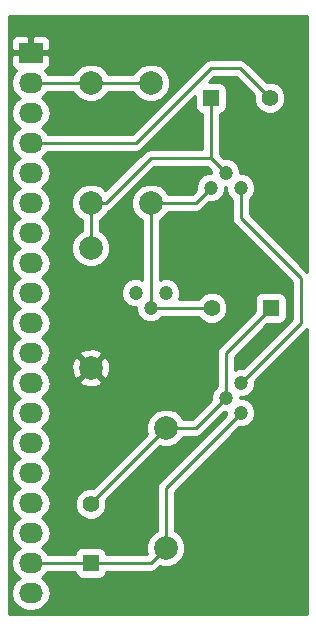
<source format=gtl>
G04 #@! TF.FileFunction,Copper,L1,Top,Signal*
%FSLAX46Y46*%
G04 Gerber Fmt 4.6, Leading zero omitted, Abs format (unit mm)*
G04 Created by KiCad (PCBNEW 4.0.4+e1-6308~48~ubuntu16.04.1-stable) date Fri Nov  4 19:16:35 2016*
%MOMM*%
%LPD*%
G01*
G04 APERTURE LIST*
%ADD10C,0.100000*%
%ADD11R,1.400000X1.400000*%
%ADD12C,1.400000*%
%ADD13C,1.998980*%
%ADD14C,1.200000*%
%ADD15R,2.032000X1.727200*%
%ADD16O,2.032000X1.727200*%
%ADD17C,0.250000*%
%ADD18C,0.254000*%
G04 APERTURE END LIST*
D10*
D11*
X66040000Y-113030000D03*
D12*
X66040000Y-108030000D03*
D13*
X72390000Y-101600000D03*
X72390000Y-111760000D03*
D14*
X78740000Y-97790000D03*
X77470000Y-99060000D03*
X78740000Y-100330000D03*
X69850000Y-90170000D03*
X71120000Y-91440000D03*
X72390000Y-90170000D03*
D11*
X81280000Y-91440000D03*
D12*
X76280000Y-91440000D03*
D14*
X78740000Y-81280000D03*
X77470000Y-80010000D03*
X76200000Y-81280000D03*
D13*
X66040000Y-86360000D03*
X66040000Y-96520000D03*
D11*
X76200000Y-73660000D03*
D12*
X81200000Y-73660000D03*
D13*
X66040000Y-72390000D03*
X66040000Y-82550000D03*
X71120000Y-72390000D03*
X71120000Y-82550000D03*
D15*
X60960000Y-69850000D03*
D16*
X60960000Y-72390000D03*
X60960000Y-74930000D03*
X60960000Y-77470000D03*
X60960000Y-80010000D03*
X60960000Y-82550000D03*
X60960000Y-85090000D03*
X60960000Y-87630000D03*
X60960000Y-90170000D03*
X60960000Y-92710000D03*
X60960000Y-95250000D03*
X60960000Y-97790000D03*
X60960000Y-100330000D03*
X60960000Y-102870000D03*
X60960000Y-105410000D03*
X60960000Y-107950000D03*
X60960000Y-110490000D03*
X60960000Y-113030000D03*
X60960000Y-115570000D03*
D17*
X66040000Y-86360000D02*
X66040000Y-82550000D01*
X66040000Y-82550000D02*
X67310000Y-82550000D01*
X71120000Y-78740000D02*
X76200000Y-78740000D01*
X67310000Y-82550000D02*
X71120000Y-78740000D01*
X76200000Y-73660000D02*
X76200000Y-78740000D01*
X76200000Y-78740000D02*
X77470000Y-80010000D01*
X60960000Y-77470000D02*
X69850000Y-77470000D01*
X78660000Y-71120000D02*
X81200000Y-73660000D01*
X76200000Y-71120000D02*
X78660000Y-71120000D01*
X69850000Y-77470000D02*
X76200000Y-71120000D01*
X66040000Y-108030000D02*
X66040000Y-107950000D01*
X66040000Y-107950000D02*
X72390000Y-101600000D01*
X72390000Y-101600000D02*
X74930000Y-101600000D01*
X74930000Y-101600000D02*
X77470000Y-99060000D01*
X77470000Y-99060000D02*
X77470000Y-95250000D01*
X77470000Y-95250000D02*
X81280000Y-91440000D01*
X71120000Y-91440000D02*
X71120000Y-82550000D01*
X71120000Y-91440000D02*
X76280000Y-91440000D01*
X71120000Y-82550000D02*
X74930000Y-82550000D01*
X74930000Y-82550000D02*
X76200000Y-81280000D01*
X60960000Y-113030000D02*
X66040000Y-113030000D01*
X66040000Y-113030000D02*
X71120000Y-113030000D01*
X71120000Y-113030000D02*
X72390000Y-111760000D01*
X72390000Y-111760000D02*
X72390000Y-106680000D01*
X72390000Y-106680000D02*
X78740000Y-100330000D01*
X60960000Y-72390000D02*
X66040000Y-72390000D01*
X66040000Y-72390000D02*
X71120000Y-72390000D01*
X78740000Y-81280000D02*
X78740000Y-83820000D01*
X83820000Y-92710000D02*
X78740000Y-97790000D01*
X83820000Y-88900000D02*
X83820000Y-92710000D01*
X78740000Y-83820000D02*
X83820000Y-88900000D01*
D18*
G36*
X84380000Y-88396421D02*
X84357401Y-88362599D01*
X79500000Y-83505198D01*
X79500000Y-82266356D01*
X79786371Y-81980485D01*
X79974785Y-81526734D01*
X79975214Y-81035421D01*
X79787592Y-80581343D01*
X79440485Y-80233629D01*
X78986734Y-80045215D01*
X78704970Y-80044969D01*
X78705214Y-79765421D01*
X78517592Y-79311343D01*
X78170485Y-78963629D01*
X77716734Y-78775215D01*
X77309662Y-78774860D01*
X76960000Y-78425198D01*
X76960000Y-74996150D01*
X77135317Y-74963162D01*
X77351441Y-74824090D01*
X77496431Y-74611890D01*
X77547440Y-74360000D01*
X77547440Y-72960000D01*
X77503162Y-72724683D01*
X77364090Y-72508559D01*
X77151890Y-72363569D01*
X76900000Y-72312560D01*
X76082242Y-72312560D01*
X76514802Y-71880000D01*
X78345198Y-71880000D01*
X79865226Y-73400028D01*
X79864769Y-73924383D01*
X80067582Y-74415229D01*
X80442796Y-74791098D01*
X80933287Y-74994768D01*
X81464383Y-74995231D01*
X81955229Y-74792418D01*
X82331098Y-74417204D01*
X82534768Y-73926713D01*
X82535231Y-73395617D01*
X82332418Y-72904771D01*
X81957204Y-72528902D01*
X81466713Y-72325232D01*
X80939574Y-72324772D01*
X79197401Y-70582599D01*
X78950839Y-70417852D01*
X78660000Y-70360000D01*
X76200000Y-70360000D01*
X75909161Y-70417852D01*
X75662599Y-70582599D01*
X69535198Y-76710000D01*
X62404648Y-76710000D01*
X62204415Y-76410330D01*
X61889634Y-76200000D01*
X62204415Y-75989670D01*
X62529271Y-75503489D01*
X62643345Y-74930000D01*
X62529271Y-74356511D01*
X62204415Y-73870330D01*
X61889634Y-73660000D01*
X62204415Y-73449670D01*
X62404648Y-73150000D01*
X64585504Y-73150000D01*
X64653538Y-73314655D01*
X65112927Y-73774846D01*
X65713453Y-74024206D01*
X66363694Y-74024774D01*
X66964655Y-73776462D01*
X67424846Y-73317073D01*
X67494221Y-73150000D01*
X69665504Y-73150000D01*
X69733538Y-73314655D01*
X70192927Y-73774846D01*
X70793453Y-74024206D01*
X71443694Y-74024774D01*
X72044655Y-73776462D01*
X72504846Y-73317073D01*
X72754206Y-72716547D01*
X72754774Y-72066306D01*
X72506462Y-71465345D01*
X72047073Y-71005154D01*
X71446547Y-70755794D01*
X70796306Y-70755226D01*
X70195345Y-71003538D01*
X69735154Y-71462927D01*
X69665779Y-71630000D01*
X67494496Y-71630000D01*
X67426462Y-71465345D01*
X66967073Y-71005154D01*
X66366547Y-70755794D01*
X65716306Y-70755226D01*
X65115345Y-71003538D01*
X64655154Y-71462927D01*
X64585779Y-71630000D01*
X62404648Y-71630000D01*
X62204415Y-71330330D01*
X62182220Y-71315500D01*
X62335699Y-71251927D01*
X62514327Y-71073298D01*
X62611000Y-70839909D01*
X62611000Y-70135750D01*
X62452250Y-69977000D01*
X61087000Y-69977000D01*
X61087000Y-69997000D01*
X60833000Y-69997000D01*
X60833000Y-69977000D01*
X59467750Y-69977000D01*
X59309000Y-70135750D01*
X59309000Y-70839909D01*
X59405673Y-71073298D01*
X59584301Y-71251927D01*
X59737780Y-71315500D01*
X59715585Y-71330330D01*
X59390729Y-71816511D01*
X59276655Y-72390000D01*
X59390729Y-72963489D01*
X59715585Y-73449670D01*
X60030366Y-73660000D01*
X59715585Y-73870330D01*
X59390729Y-74356511D01*
X59276655Y-74930000D01*
X59390729Y-75503489D01*
X59715585Y-75989670D01*
X60030366Y-76200000D01*
X59715585Y-76410330D01*
X59390729Y-76896511D01*
X59276655Y-77470000D01*
X59390729Y-78043489D01*
X59715585Y-78529670D01*
X60030366Y-78740000D01*
X59715585Y-78950330D01*
X59390729Y-79436511D01*
X59276655Y-80010000D01*
X59390729Y-80583489D01*
X59715585Y-81069670D01*
X60030366Y-81280000D01*
X59715585Y-81490330D01*
X59390729Y-81976511D01*
X59276655Y-82550000D01*
X59390729Y-83123489D01*
X59715585Y-83609670D01*
X60030366Y-83820000D01*
X59715585Y-84030330D01*
X59390729Y-84516511D01*
X59276655Y-85090000D01*
X59390729Y-85663489D01*
X59715585Y-86149670D01*
X60030366Y-86360000D01*
X59715585Y-86570330D01*
X59390729Y-87056511D01*
X59276655Y-87630000D01*
X59390729Y-88203489D01*
X59715585Y-88689670D01*
X60030366Y-88900000D01*
X59715585Y-89110330D01*
X59390729Y-89596511D01*
X59276655Y-90170000D01*
X59390729Y-90743489D01*
X59715585Y-91229670D01*
X60030366Y-91440000D01*
X59715585Y-91650330D01*
X59390729Y-92136511D01*
X59276655Y-92710000D01*
X59390729Y-93283489D01*
X59715585Y-93769670D01*
X60030366Y-93980000D01*
X59715585Y-94190330D01*
X59390729Y-94676511D01*
X59276655Y-95250000D01*
X59390729Y-95823489D01*
X59715585Y-96309670D01*
X60030366Y-96520000D01*
X59715585Y-96730330D01*
X59390729Y-97216511D01*
X59276655Y-97790000D01*
X59390729Y-98363489D01*
X59715585Y-98849670D01*
X60030366Y-99060000D01*
X59715585Y-99270330D01*
X59390729Y-99756511D01*
X59276655Y-100330000D01*
X59390729Y-100903489D01*
X59715585Y-101389670D01*
X60030366Y-101600000D01*
X59715585Y-101810330D01*
X59390729Y-102296511D01*
X59276655Y-102870000D01*
X59390729Y-103443489D01*
X59715585Y-103929670D01*
X60030366Y-104140000D01*
X59715585Y-104350330D01*
X59390729Y-104836511D01*
X59276655Y-105410000D01*
X59390729Y-105983489D01*
X59715585Y-106469670D01*
X60030366Y-106680000D01*
X59715585Y-106890330D01*
X59390729Y-107376511D01*
X59276655Y-107950000D01*
X59390729Y-108523489D01*
X59715585Y-109009670D01*
X60030366Y-109220000D01*
X59715585Y-109430330D01*
X59390729Y-109916511D01*
X59276655Y-110490000D01*
X59390729Y-111063489D01*
X59715585Y-111549670D01*
X60030366Y-111760000D01*
X59715585Y-111970330D01*
X59390729Y-112456511D01*
X59276655Y-113030000D01*
X59390729Y-113603489D01*
X59715585Y-114089670D01*
X60030366Y-114300000D01*
X59715585Y-114510330D01*
X59390729Y-114996511D01*
X59276655Y-115570000D01*
X59390729Y-116143489D01*
X59715585Y-116629670D01*
X60201766Y-116954526D01*
X60775255Y-117068600D01*
X61144745Y-117068600D01*
X61718234Y-116954526D01*
X62204415Y-116629670D01*
X62529271Y-116143489D01*
X62643345Y-115570000D01*
X62529271Y-114996511D01*
X62204415Y-114510330D01*
X61889634Y-114300000D01*
X62204415Y-114089670D01*
X62404648Y-113790000D01*
X64703850Y-113790000D01*
X64736838Y-113965317D01*
X64875910Y-114181441D01*
X65088110Y-114326431D01*
X65340000Y-114377440D01*
X66740000Y-114377440D01*
X66975317Y-114333162D01*
X67191441Y-114194090D01*
X67336431Y-113981890D01*
X67375290Y-113790000D01*
X71120000Y-113790000D01*
X71410839Y-113732148D01*
X71657401Y-113567401D01*
X71898917Y-113325885D01*
X72063453Y-113394206D01*
X72713694Y-113394774D01*
X73314655Y-113146462D01*
X73774846Y-112687073D01*
X74024206Y-112086547D01*
X74024774Y-111436306D01*
X73776462Y-110835345D01*
X73317073Y-110375154D01*
X73150000Y-110305779D01*
X73150000Y-106994802D01*
X78579941Y-101564861D01*
X78984579Y-101565214D01*
X79438657Y-101377592D01*
X79786371Y-101030485D01*
X79974785Y-100576734D01*
X79975214Y-100085421D01*
X79787592Y-99631343D01*
X79440485Y-99283629D01*
X78986734Y-99095215D01*
X78704970Y-99094969D01*
X78705031Y-99024970D01*
X78984579Y-99025214D01*
X79438657Y-98837592D01*
X79786371Y-98490485D01*
X79974785Y-98036734D01*
X79975140Y-97629662D01*
X84357401Y-93247401D01*
X84380000Y-93213579D01*
X84380000Y-117400000D01*
X59130000Y-117400000D01*
X59130000Y-68860091D01*
X59309000Y-68860091D01*
X59309000Y-69564250D01*
X59467750Y-69723000D01*
X60833000Y-69723000D01*
X60833000Y-68510150D01*
X61087000Y-68510150D01*
X61087000Y-69723000D01*
X62452250Y-69723000D01*
X62611000Y-69564250D01*
X62611000Y-68860091D01*
X62514327Y-68626702D01*
X62335699Y-68448073D01*
X62102310Y-68351400D01*
X61245750Y-68351400D01*
X61087000Y-68510150D01*
X60833000Y-68510150D01*
X60674250Y-68351400D01*
X59817690Y-68351400D01*
X59584301Y-68448073D01*
X59405673Y-68626702D01*
X59309000Y-68860091D01*
X59130000Y-68860091D01*
X59130000Y-66750000D01*
X84380000Y-66750000D01*
X84380000Y-88396421D01*
X84380000Y-88396421D01*
G37*
X84380000Y-88396421D02*
X84357401Y-88362599D01*
X79500000Y-83505198D01*
X79500000Y-82266356D01*
X79786371Y-81980485D01*
X79974785Y-81526734D01*
X79975214Y-81035421D01*
X79787592Y-80581343D01*
X79440485Y-80233629D01*
X78986734Y-80045215D01*
X78704970Y-80044969D01*
X78705214Y-79765421D01*
X78517592Y-79311343D01*
X78170485Y-78963629D01*
X77716734Y-78775215D01*
X77309662Y-78774860D01*
X76960000Y-78425198D01*
X76960000Y-74996150D01*
X77135317Y-74963162D01*
X77351441Y-74824090D01*
X77496431Y-74611890D01*
X77547440Y-74360000D01*
X77547440Y-72960000D01*
X77503162Y-72724683D01*
X77364090Y-72508559D01*
X77151890Y-72363569D01*
X76900000Y-72312560D01*
X76082242Y-72312560D01*
X76514802Y-71880000D01*
X78345198Y-71880000D01*
X79865226Y-73400028D01*
X79864769Y-73924383D01*
X80067582Y-74415229D01*
X80442796Y-74791098D01*
X80933287Y-74994768D01*
X81464383Y-74995231D01*
X81955229Y-74792418D01*
X82331098Y-74417204D01*
X82534768Y-73926713D01*
X82535231Y-73395617D01*
X82332418Y-72904771D01*
X81957204Y-72528902D01*
X81466713Y-72325232D01*
X80939574Y-72324772D01*
X79197401Y-70582599D01*
X78950839Y-70417852D01*
X78660000Y-70360000D01*
X76200000Y-70360000D01*
X75909161Y-70417852D01*
X75662599Y-70582599D01*
X69535198Y-76710000D01*
X62404648Y-76710000D01*
X62204415Y-76410330D01*
X61889634Y-76200000D01*
X62204415Y-75989670D01*
X62529271Y-75503489D01*
X62643345Y-74930000D01*
X62529271Y-74356511D01*
X62204415Y-73870330D01*
X61889634Y-73660000D01*
X62204415Y-73449670D01*
X62404648Y-73150000D01*
X64585504Y-73150000D01*
X64653538Y-73314655D01*
X65112927Y-73774846D01*
X65713453Y-74024206D01*
X66363694Y-74024774D01*
X66964655Y-73776462D01*
X67424846Y-73317073D01*
X67494221Y-73150000D01*
X69665504Y-73150000D01*
X69733538Y-73314655D01*
X70192927Y-73774846D01*
X70793453Y-74024206D01*
X71443694Y-74024774D01*
X72044655Y-73776462D01*
X72504846Y-73317073D01*
X72754206Y-72716547D01*
X72754774Y-72066306D01*
X72506462Y-71465345D01*
X72047073Y-71005154D01*
X71446547Y-70755794D01*
X70796306Y-70755226D01*
X70195345Y-71003538D01*
X69735154Y-71462927D01*
X69665779Y-71630000D01*
X67494496Y-71630000D01*
X67426462Y-71465345D01*
X66967073Y-71005154D01*
X66366547Y-70755794D01*
X65716306Y-70755226D01*
X65115345Y-71003538D01*
X64655154Y-71462927D01*
X64585779Y-71630000D01*
X62404648Y-71630000D01*
X62204415Y-71330330D01*
X62182220Y-71315500D01*
X62335699Y-71251927D01*
X62514327Y-71073298D01*
X62611000Y-70839909D01*
X62611000Y-70135750D01*
X62452250Y-69977000D01*
X61087000Y-69977000D01*
X61087000Y-69997000D01*
X60833000Y-69997000D01*
X60833000Y-69977000D01*
X59467750Y-69977000D01*
X59309000Y-70135750D01*
X59309000Y-70839909D01*
X59405673Y-71073298D01*
X59584301Y-71251927D01*
X59737780Y-71315500D01*
X59715585Y-71330330D01*
X59390729Y-71816511D01*
X59276655Y-72390000D01*
X59390729Y-72963489D01*
X59715585Y-73449670D01*
X60030366Y-73660000D01*
X59715585Y-73870330D01*
X59390729Y-74356511D01*
X59276655Y-74930000D01*
X59390729Y-75503489D01*
X59715585Y-75989670D01*
X60030366Y-76200000D01*
X59715585Y-76410330D01*
X59390729Y-76896511D01*
X59276655Y-77470000D01*
X59390729Y-78043489D01*
X59715585Y-78529670D01*
X60030366Y-78740000D01*
X59715585Y-78950330D01*
X59390729Y-79436511D01*
X59276655Y-80010000D01*
X59390729Y-80583489D01*
X59715585Y-81069670D01*
X60030366Y-81280000D01*
X59715585Y-81490330D01*
X59390729Y-81976511D01*
X59276655Y-82550000D01*
X59390729Y-83123489D01*
X59715585Y-83609670D01*
X60030366Y-83820000D01*
X59715585Y-84030330D01*
X59390729Y-84516511D01*
X59276655Y-85090000D01*
X59390729Y-85663489D01*
X59715585Y-86149670D01*
X60030366Y-86360000D01*
X59715585Y-86570330D01*
X59390729Y-87056511D01*
X59276655Y-87630000D01*
X59390729Y-88203489D01*
X59715585Y-88689670D01*
X60030366Y-88900000D01*
X59715585Y-89110330D01*
X59390729Y-89596511D01*
X59276655Y-90170000D01*
X59390729Y-90743489D01*
X59715585Y-91229670D01*
X60030366Y-91440000D01*
X59715585Y-91650330D01*
X59390729Y-92136511D01*
X59276655Y-92710000D01*
X59390729Y-93283489D01*
X59715585Y-93769670D01*
X60030366Y-93980000D01*
X59715585Y-94190330D01*
X59390729Y-94676511D01*
X59276655Y-95250000D01*
X59390729Y-95823489D01*
X59715585Y-96309670D01*
X60030366Y-96520000D01*
X59715585Y-96730330D01*
X59390729Y-97216511D01*
X59276655Y-97790000D01*
X59390729Y-98363489D01*
X59715585Y-98849670D01*
X60030366Y-99060000D01*
X59715585Y-99270330D01*
X59390729Y-99756511D01*
X59276655Y-100330000D01*
X59390729Y-100903489D01*
X59715585Y-101389670D01*
X60030366Y-101600000D01*
X59715585Y-101810330D01*
X59390729Y-102296511D01*
X59276655Y-102870000D01*
X59390729Y-103443489D01*
X59715585Y-103929670D01*
X60030366Y-104140000D01*
X59715585Y-104350330D01*
X59390729Y-104836511D01*
X59276655Y-105410000D01*
X59390729Y-105983489D01*
X59715585Y-106469670D01*
X60030366Y-106680000D01*
X59715585Y-106890330D01*
X59390729Y-107376511D01*
X59276655Y-107950000D01*
X59390729Y-108523489D01*
X59715585Y-109009670D01*
X60030366Y-109220000D01*
X59715585Y-109430330D01*
X59390729Y-109916511D01*
X59276655Y-110490000D01*
X59390729Y-111063489D01*
X59715585Y-111549670D01*
X60030366Y-111760000D01*
X59715585Y-111970330D01*
X59390729Y-112456511D01*
X59276655Y-113030000D01*
X59390729Y-113603489D01*
X59715585Y-114089670D01*
X60030366Y-114300000D01*
X59715585Y-114510330D01*
X59390729Y-114996511D01*
X59276655Y-115570000D01*
X59390729Y-116143489D01*
X59715585Y-116629670D01*
X60201766Y-116954526D01*
X60775255Y-117068600D01*
X61144745Y-117068600D01*
X61718234Y-116954526D01*
X62204415Y-116629670D01*
X62529271Y-116143489D01*
X62643345Y-115570000D01*
X62529271Y-114996511D01*
X62204415Y-114510330D01*
X61889634Y-114300000D01*
X62204415Y-114089670D01*
X62404648Y-113790000D01*
X64703850Y-113790000D01*
X64736838Y-113965317D01*
X64875910Y-114181441D01*
X65088110Y-114326431D01*
X65340000Y-114377440D01*
X66740000Y-114377440D01*
X66975317Y-114333162D01*
X67191441Y-114194090D01*
X67336431Y-113981890D01*
X67375290Y-113790000D01*
X71120000Y-113790000D01*
X71410839Y-113732148D01*
X71657401Y-113567401D01*
X71898917Y-113325885D01*
X72063453Y-113394206D01*
X72713694Y-113394774D01*
X73314655Y-113146462D01*
X73774846Y-112687073D01*
X74024206Y-112086547D01*
X74024774Y-111436306D01*
X73776462Y-110835345D01*
X73317073Y-110375154D01*
X73150000Y-110305779D01*
X73150000Y-106994802D01*
X78579941Y-101564861D01*
X78984579Y-101565214D01*
X79438657Y-101377592D01*
X79786371Y-101030485D01*
X79974785Y-100576734D01*
X79975214Y-100085421D01*
X79787592Y-99631343D01*
X79440485Y-99283629D01*
X78986734Y-99095215D01*
X78704970Y-99094969D01*
X78705031Y-99024970D01*
X78984579Y-99025214D01*
X79438657Y-98837592D01*
X79786371Y-98490485D01*
X79974785Y-98036734D01*
X79975140Y-97629662D01*
X84357401Y-93247401D01*
X84380000Y-93213579D01*
X84380000Y-117400000D01*
X59130000Y-117400000D01*
X59130000Y-68860091D01*
X59309000Y-68860091D01*
X59309000Y-69564250D01*
X59467750Y-69723000D01*
X60833000Y-69723000D01*
X60833000Y-68510150D01*
X61087000Y-68510150D01*
X61087000Y-69723000D01*
X62452250Y-69723000D01*
X62611000Y-69564250D01*
X62611000Y-68860091D01*
X62514327Y-68626702D01*
X62335699Y-68448073D01*
X62102310Y-68351400D01*
X61245750Y-68351400D01*
X61087000Y-68510150D01*
X60833000Y-68510150D01*
X60674250Y-68351400D01*
X59817690Y-68351400D01*
X59584301Y-68448073D01*
X59405673Y-68626702D01*
X59309000Y-68860091D01*
X59130000Y-68860091D01*
X59130000Y-66750000D01*
X84380000Y-66750000D01*
X84380000Y-88396421D01*
G36*
X74852560Y-74360000D02*
X74896838Y-74595317D01*
X75035910Y-74811441D01*
X75248110Y-74956431D01*
X75440000Y-74995290D01*
X75440000Y-77980000D01*
X71120000Y-77980000D01*
X70829161Y-78037852D01*
X70582599Y-78202599D01*
X67293274Y-81491924D01*
X66967073Y-81165154D01*
X66366547Y-80915794D01*
X65716306Y-80915226D01*
X65115345Y-81163538D01*
X64655154Y-81622927D01*
X64405794Y-82223453D01*
X64405226Y-82873694D01*
X64653538Y-83474655D01*
X65112927Y-83934846D01*
X65280000Y-84004221D01*
X65280000Y-84905504D01*
X65115345Y-84973538D01*
X64655154Y-85432927D01*
X64405794Y-86033453D01*
X64405226Y-86683694D01*
X64653538Y-87284655D01*
X65112927Y-87744846D01*
X65713453Y-87994206D01*
X66363694Y-87994774D01*
X66964655Y-87746462D01*
X67424846Y-87287073D01*
X67674206Y-86686547D01*
X67674774Y-86036306D01*
X67426462Y-85435345D01*
X66967073Y-84975154D01*
X66800000Y-84905779D01*
X66800000Y-84004496D01*
X66964655Y-83936462D01*
X67424846Y-83477073D01*
X67510807Y-83270057D01*
X67600839Y-83252148D01*
X67847401Y-83087401D01*
X71434802Y-79500000D01*
X75885198Y-79500000D01*
X76235139Y-79849941D01*
X76234969Y-80045030D01*
X75955421Y-80044786D01*
X75501343Y-80232408D01*
X75153629Y-80579515D01*
X74965215Y-81033266D01*
X74964860Y-81440338D01*
X74615198Y-81790000D01*
X72574496Y-81790000D01*
X72506462Y-81625345D01*
X72047073Y-81165154D01*
X71446547Y-80915794D01*
X70796306Y-80915226D01*
X70195345Y-81163538D01*
X69735154Y-81622927D01*
X69485794Y-82223453D01*
X69485226Y-82873694D01*
X69733538Y-83474655D01*
X70192927Y-83934846D01*
X70360000Y-84004221D01*
X70360000Y-89044533D01*
X70096734Y-88935215D01*
X69605421Y-88934786D01*
X69151343Y-89122408D01*
X68803629Y-89469515D01*
X68615215Y-89923266D01*
X68614786Y-90414579D01*
X68802408Y-90868657D01*
X69149515Y-91216371D01*
X69603266Y-91404785D01*
X69885030Y-91405031D01*
X69884786Y-91684579D01*
X70072408Y-92138657D01*
X70419515Y-92486371D01*
X70873266Y-92674785D01*
X71364579Y-92675214D01*
X71818657Y-92487592D01*
X72106752Y-92200000D01*
X75152345Y-92200000D01*
X75522796Y-92571098D01*
X76013287Y-92774768D01*
X76544383Y-92775231D01*
X77035229Y-92572418D01*
X77411098Y-92197204D01*
X77614768Y-91706713D01*
X77615231Y-91175617D01*
X77412418Y-90684771D01*
X77037204Y-90308902D01*
X76546713Y-90105232D01*
X76015617Y-90104769D01*
X75524771Y-90307582D01*
X75151703Y-90680000D01*
X73515467Y-90680000D01*
X73624785Y-90416734D01*
X73625214Y-89925421D01*
X73437592Y-89471343D01*
X73090485Y-89123629D01*
X72636734Y-88935215D01*
X72145421Y-88934786D01*
X71880000Y-89044456D01*
X71880000Y-84004496D01*
X72044655Y-83936462D01*
X72504846Y-83477073D01*
X72574221Y-83310000D01*
X74930000Y-83310000D01*
X75220839Y-83252148D01*
X75467401Y-83087401D01*
X76039941Y-82514861D01*
X76444579Y-82515214D01*
X76898657Y-82327592D01*
X77246371Y-81980485D01*
X77434785Y-81526734D01*
X77435031Y-81244970D01*
X77505030Y-81245031D01*
X77504786Y-81524579D01*
X77692408Y-81978657D01*
X77980000Y-82266752D01*
X77980000Y-83820000D01*
X78037852Y-84110839D01*
X78202599Y-84357401D01*
X83060000Y-89214802D01*
X83060000Y-92395198D01*
X78900059Y-96555139D01*
X78495421Y-96554786D01*
X78230000Y-96664456D01*
X78230000Y-95564802D01*
X81007362Y-92787440D01*
X81980000Y-92787440D01*
X82215317Y-92743162D01*
X82431441Y-92604090D01*
X82576431Y-92391890D01*
X82627440Y-92140000D01*
X82627440Y-90740000D01*
X82583162Y-90504683D01*
X82444090Y-90288559D01*
X82231890Y-90143569D01*
X81980000Y-90092560D01*
X80580000Y-90092560D01*
X80344683Y-90136838D01*
X80128559Y-90275910D01*
X79983569Y-90488110D01*
X79932560Y-90740000D01*
X79932560Y-91712638D01*
X76932599Y-94712599D01*
X76767852Y-94959161D01*
X76710000Y-95250000D01*
X76710000Y-98073644D01*
X76423629Y-98359515D01*
X76235215Y-98813266D01*
X76234860Y-99220338D01*
X74615198Y-100840000D01*
X73844496Y-100840000D01*
X73776462Y-100675345D01*
X73317073Y-100215154D01*
X72716547Y-99965794D01*
X72066306Y-99965226D01*
X71465345Y-100213538D01*
X71005154Y-100672927D01*
X70755794Y-101273453D01*
X70755226Y-101923694D01*
X70824309Y-102090889D01*
X66220042Y-106695156D01*
X65775617Y-106694769D01*
X65284771Y-106897582D01*
X64908902Y-107272796D01*
X64705232Y-107763287D01*
X64704769Y-108294383D01*
X64907582Y-108785229D01*
X65282796Y-109161098D01*
X65773287Y-109364768D01*
X66304383Y-109365231D01*
X66795229Y-109162418D01*
X67171098Y-108787204D01*
X67374768Y-108296713D01*
X67375231Y-107765617D01*
X67352997Y-107711805D01*
X71898917Y-103165885D01*
X72063453Y-103234206D01*
X72713694Y-103234774D01*
X73314655Y-102986462D01*
X73774846Y-102527073D01*
X73844221Y-102360000D01*
X74930000Y-102360000D01*
X75220839Y-102302148D01*
X75467401Y-102137401D01*
X77309941Y-100294861D01*
X77505030Y-100295031D01*
X77504860Y-100490338D01*
X71852599Y-106142599D01*
X71687852Y-106389161D01*
X71630000Y-106680000D01*
X71630000Y-110305504D01*
X71465345Y-110373538D01*
X71005154Y-110832927D01*
X70755794Y-111433453D01*
X70755226Y-112083694D01*
X70824309Y-112250889D01*
X70805198Y-112270000D01*
X67376150Y-112270000D01*
X67343162Y-112094683D01*
X67204090Y-111878559D01*
X66991890Y-111733569D01*
X66740000Y-111682560D01*
X65340000Y-111682560D01*
X65104683Y-111726838D01*
X64888559Y-111865910D01*
X64743569Y-112078110D01*
X64704710Y-112270000D01*
X62404648Y-112270000D01*
X62204415Y-111970330D01*
X61889634Y-111760000D01*
X62204415Y-111549670D01*
X62529271Y-111063489D01*
X62643345Y-110490000D01*
X62529271Y-109916511D01*
X62204415Y-109430330D01*
X61889634Y-109220000D01*
X62204415Y-109009670D01*
X62529271Y-108523489D01*
X62643345Y-107950000D01*
X62529271Y-107376511D01*
X62204415Y-106890330D01*
X61889634Y-106680000D01*
X62204415Y-106469670D01*
X62529271Y-105983489D01*
X62643345Y-105410000D01*
X62529271Y-104836511D01*
X62204415Y-104350330D01*
X61889634Y-104140000D01*
X62204415Y-103929670D01*
X62529271Y-103443489D01*
X62643345Y-102870000D01*
X62529271Y-102296511D01*
X62204415Y-101810330D01*
X61889634Y-101600000D01*
X62204415Y-101389670D01*
X62529271Y-100903489D01*
X62643345Y-100330000D01*
X62529271Y-99756511D01*
X62204415Y-99270330D01*
X61889634Y-99060000D01*
X62204415Y-98849670D01*
X62529271Y-98363489D01*
X62643345Y-97790000D01*
X62619906Y-97672163D01*
X65067443Y-97672163D01*
X65166042Y-97938965D01*
X65775582Y-98165401D01*
X66425377Y-98141341D01*
X66913958Y-97938965D01*
X67012557Y-97672163D01*
X66040000Y-96699605D01*
X65067443Y-97672163D01*
X62619906Y-97672163D01*
X62529271Y-97216511D01*
X62204415Y-96730330D01*
X61889634Y-96520000D01*
X62204415Y-96309670D01*
X62240555Y-96255582D01*
X64394599Y-96255582D01*
X64418659Y-96905377D01*
X64621035Y-97393958D01*
X64887837Y-97492557D01*
X65860395Y-96520000D01*
X66219605Y-96520000D01*
X67192163Y-97492557D01*
X67458965Y-97393958D01*
X67685401Y-96784418D01*
X67661341Y-96134623D01*
X67458965Y-95646042D01*
X67192163Y-95547443D01*
X66219605Y-96520000D01*
X65860395Y-96520000D01*
X64887837Y-95547443D01*
X64621035Y-95646042D01*
X64394599Y-96255582D01*
X62240555Y-96255582D01*
X62529271Y-95823489D01*
X62619905Y-95367837D01*
X65067443Y-95367837D01*
X66040000Y-96340395D01*
X67012557Y-95367837D01*
X66913958Y-95101035D01*
X66304418Y-94874599D01*
X65654623Y-94898659D01*
X65166042Y-95101035D01*
X65067443Y-95367837D01*
X62619905Y-95367837D01*
X62643345Y-95250000D01*
X62529271Y-94676511D01*
X62204415Y-94190330D01*
X61889634Y-93980000D01*
X62204415Y-93769670D01*
X62529271Y-93283489D01*
X62643345Y-92710000D01*
X62529271Y-92136511D01*
X62204415Y-91650330D01*
X61889634Y-91440000D01*
X62204415Y-91229670D01*
X62529271Y-90743489D01*
X62643345Y-90170000D01*
X62529271Y-89596511D01*
X62204415Y-89110330D01*
X61889634Y-88900000D01*
X62204415Y-88689670D01*
X62529271Y-88203489D01*
X62643345Y-87630000D01*
X62529271Y-87056511D01*
X62204415Y-86570330D01*
X61889634Y-86360000D01*
X62204415Y-86149670D01*
X62529271Y-85663489D01*
X62643345Y-85090000D01*
X62529271Y-84516511D01*
X62204415Y-84030330D01*
X61889634Y-83820000D01*
X62204415Y-83609670D01*
X62529271Y-83123489D01*
X62643345Y-82550000D01*
X62529271Y-81976511D01*
X62204415Y-81490330D01*
X61889634Y-81280000D01*
X62204415Y-81069670D01*
X62529271Y-80583489D01*
X62643345Y-80010000D01*
X62529271Y-79436511D01*
X62204415Y-78950330D01*
X61889634Y-78740000D01*
X62204415Y-78529670D01*
X62404648Y-78230000D01*
X69850000Y-78230000D01*
X70140839Y-78172148D01*
X70387401Y-78007401D01*
X74852560Y-73542242D01*
X74852560Y-74360000D01*
X74852560Y-74360000D01*
G37*
X74852560Y-74360000D02*
X74896838Y-74595317D01*
X75035910Y-74811441D01*
X75248110Y-74956431D01*
X75440000Y-74995290D01*
X75440000Y-77980000D01*
X71120000Y-77980000D01*
X70829161Y-78037852D01*
X70582599Y-78202599D01*
X67293274Y-81491924D01*
X66967073Y-81165154D01*
X66366547Y-80915794D01*
X65716306Y-80915226D01*
X65115345Y-81163538D01*
X64655154Y-81622927D01*
X64405794Y-82223453D01*
X64405226Y-82873694D01*
X64653538Y-83474655D01*
X65112927Y-83934846D01*
X65280000Y-84004221D01*
X65280000Y-84905504D01*
X65115345Y-84973538D01*
X64655154Y-85432927D01*
X64405794Y-86033453D01*
X64405226Y-86683694D01*
X64653538Y-87284655D01*
X65112927Y-87744846D01*
X65713453Y-87994206D01*
X66363694Y-87994774D01*
X66964655Y-87746462D01*
X67424846Y-87287073D01*
X67674206Y-86686547D01*
X67674774Y-86036306D01*
X67426462Y-85435345D01*
X66967073Y-84975154D01*
X66800000Y-84905779D01*
X66800000Y-84004496D01*
X66964655Y-83936462D01*
X67424846Y-83477073D01*
X67510807Y-83270057D01*
X67600839Y-83252148D01*
X67847401Y-83087401D01*
X71434802Y-79500000D01*
X75885198Y-79500000D01*
X76235139Y-79849941D01*
X76234969Y-80045030D01*
X75955421Y-80044786D01*
X75501343Y-80232408D01*
X75153629Y-80579515D01*
X74965215Y-81033266D01*
X74964860Y-81440338D01*
X74615198Y-81790000D01*
X72574496Y-81790000D01*
X72506462Y-81625345D01*
X72047073Y-81165154D01*
X71446547Y-80915794D01*
X70796306Y-80915226D01*
X70195345Y-81163538D01*
X69735154Y-81622927D01*
X69485794Y-82223453D01*
X69485226Y-82873694D01*
X69733538Y-83474655D01*
X70192927Y-83934846D01*
X70360000Y-84004221D01*
X70360000Y-89044533D01*
X70096734Y-88935215D01*
X69605421Y-88934786D01*
X69151343Y-89122408D01*
X68803629Y-89469515D01*
X68615215Y-89923266D01*
X68614786Y-90414579D01*
X68802408Y-90868657D01*
X69149515Y-91216371D01*
X69603266Y-91404785D01*
X69885030Y-91405031D01*
X69884786Y-91684579D01*
X70072408Y-92138657D01*
X70419515Y-92486371D01*
X70873266Y-92674785D01*
X71364579Y-92675214D01*
X71818657Y-92487592D01*
X72106752Y-92200000D01*
X75152345Y-92200000D01*
X75522796Y-92571098D01*
X76013287Y-92774768D01*
X76544383Y-92775231D01*
X77035229Y-92572418D01*
X77411098Y-92197204D01*
X77614768Y-91706713D01*
X77615231Y-91175617D01*
X77412418Y-90684771D01*
X77037204Y-90308902D01*
X76546713Y-90105232D01*
X76015617Y-90104769D01*
X75524771Y-90307582D01*
X75151703Y-90680000D01*
X73515467Y-90680000D01*
X73624785Y-90416734D01*
X73625214Y-89925421D01*
X73437592Y-89471343D01*
X73090485Y-89123629D01*
X72636734Y-88935215D01*
X72145421Y-88934786D01*
X71880000Y-89044456D01*
X71880000Y-84004496D01*
X72044655Y-83936462D01*
X72504846Y-83477073D01*
X72574221Y-83310000D01*
X74930000Y-83310000D01*
X75220839Y-83252148D01*
X75467401Y-83087401D01*
X76039941Y-82514861D01*
X76444579Y-82515214D01*
X76898657Y-82327592D01*
X77246371Y-81980485D01*
X77434785Y-81526734D01*
X77435031Y-81244970D01*
X77505030Y-81245031D01*
X77504786Y-81524579D01*
X77692408Y-81978657D01*
X77980000Y-82266752D01*
X77980000Y-83820000D01*
X78037852Y-84110839D01*
X78202599Y-84357401D01*
X83060000Y-89214802D01*
X83060000Y-92395198D01*
X78900059Y-96555139D01*
X78495421Y-96554786D01*
X78230000Y-96664456D01*
X78230000Y-95564802D01*
X81007362Y-92787440D01*
X81980000Y-92787440D01*
X82215317Y-92743162D01*
X82431441Y-92604090D01*
X82576431Y-92391890D01*
X82627440Y-92140000D01*
X82627440Y-90740000D01*
X82583162Y-90504683D01*
X82444090Y-90288559D01*
X82231890Y-90143569D01*
X81980000Y-90092560D01*
X80580000Y-90092560D01*
X80344683Y-90136838D01*
X80128559Y-90275910D01*
X79983569Y-90488110D01*
X79932560Y-90740000D01*
X79932560Y-91712638D01*
X76932599Y-94712599D01*
X76767852Y-94959161D01*
X76710000Y-95250000D01*
X76710000Y-98073644D01*
X76423629Y-98359515D01*
X76235215Y-98813266D01*
X76234860Y-99220338D01*
X74615198Y-100840000D01*
X73844496Y-100840000D01*
X73776462Y-100675345D01*
X73317073Y-100215154D01*
X72716547Y-99965794D01*
X72066306Y-99965226D01*
X71465345Y-100213538D01*
X71005154Y-100672927D01*
X70755794Y-101273453D01*
X70755226Y-101923694D01*
X70824309Y-102090889D01*
X66220042Y-106695156D01*
X65775617Y-106694769D01*
X65284771Y-106897582D01*
X64908902Y-107272796D01*
X64705232Y-107763287D01*
X64704769Y-108294383D01*
X64907582Y-108785229D01*
X65282796Y-109161098D01*
X65773287Y-109364768D01*
X66304383Y-109365231D01*
X66795229Y-109162418D01*
X67171098Y-108787204D01*
X67374768Y-108296713D01*
X67375231Y-107765617D01*
X67352997Y-107711805D01*
X71898917Y-103165885D01*
X72063453Y-103234206D01*
X72713694Y-103234774D01*
X73314655Y-102986462D01*
X73774846Y-102527073D01*
X73844221Y-102360000D01*
X74930000Y-102360000D01*
X75220839Y-102302148D01*
X75467401Y-102137401D01*
X77309941Y-100294861D01*
X77505030Y-100295031D01*
X77504860Y-100490338D01*
X71852599Y-106142599D01*
X71687852Y-106389161D01*
X71630000Y-106680000D01*
X71630000Y-110305504D01*
X71465345Y-110373538D01*
X71005154Y-110832927D01*
X70755794Y-111433453D01*
X70755226Y-112083694D01*
X70824309Y-112250889D01*
X70805198Y-112270000D01*
X67376150Y-112270000D01*
X67343162Y-112094683D01*
X67204090Y-111878559D01*
X66991890Y-111733569D01*
X66740000Y-111682560D01*
X65340000Y-111682560D01*
X65104683Y-111726838D01*
X64888559Y-111865910D01*
X64743569Y-112078110D01*
X64704710Y-112270000D01*
X62404648Y-112270000D01*
X62204415Y-111970330D01*
X61889634Y-111760000D01*
X62204415Y-111549670D01*
X62529271Y-111063489D01*
X62643345Y-110490000D01*
X62529271Y-109916511D01*
X62204415Y-109430330D01*
X61889634Y-109220000D01*
X62204415Y-109009670D01*
X62529271Y-108523489D01*
X62643345Y-107950000D01*
X62529271Y-107376511D01*
X62204415Y-106890330D01*
X61889634Y-106680000D01*
X62204415Y-106469670D01*
X62529271Y-105983489D01*
X62643345Y-105410000D01*
X62529271Y-104836511D01*
X62204415Y-104350330D01*
X61889634Y-104140000D01*
X62204415Y-103929670D01*
X62529271Y-103443489D01*
X62643345Y-102870000D01*
X62529271Y-102296511D01*
X62204415Y-101810330D01*
X61889634Y-101600000D01*
X62204415Y-101389670D01*
X62529271Y-100903489D01*
X62643345Y-100330000D01*
X62529271Y-99756511D01*
X62204415Y-99270330D01*
X61889634Y-99060000D01*
X62204415Y-98849670D01*
X62529271Y-98363489D01*
X62643345Y-97790000D01*
X62619906Y-97672163D01*
X65067443Y-97672163D01*
X65166042Y-97938965D01*
X65775582Y-98165401D01*
X66425377Y-98141341D01*
X66913958Y-97938965D01*
X67012557Y-97672163D01*
X66040000Y-96699605D01*
X65067443Y-97672163D01*
X62619906Y-97672163D01*
X62529271Y-97216511D01*
X62204415Y-96730330D01*
X61889634Y-96520000D01*
X62204415Y-96309670D01*
X62240555Y-96255582D01*
X64394599Y-96255582D01*
X64418659Y-96905377D01*
X64621035Y-97393958D01*
X64887837Y-97492557D01*
X65860395Y-96520000D01*
X66219605Y-96520000D01*
X67192163Y-97492557D01*
X67458965Y-97393958D01*
X67685401Y-96784418D01*
X67661341Y-96134623D01*
X67458965Y-95646042D01*
X67192163Y-95547443D01*
X66219605Y-96520000D01*
X65860395Y-96520000D01*
X64887837Y-95547443D01*
X64621035Y-95646042D01*
X64394599Y-96255582D01*
X62240555Y-96255582D01*
X62529271Y-95823489D01*
X62619905Y-95367837D01*
X65067443Y-95367837D01*
X66040000Y-96340395D01*
X67012557Y-95367837D01*
X66913958Y-95101035D01*
X66304418Y-94874599D01*
X65654623Y-94898659D01*
X65166042Y-95101035D01*
X65067443Y-95367837D01*
X62619905Y-95367837D01*
X62643345Y-95250000D01*
X62529271Y-94676511D01*
X62204415Y-94190330D01*
X61889634Y-93980000D01*
X62204415Y-93769670D01*
X62529271Y-93283489D01*
X62643345Y-92710000D01*
X62529271Y-92136511D01*
X62204415Y-91650330D01*
X61889634Y-91440000D01*
X62204415Y-91229670D01*
X62529271Y-90743489D01*
X62643345Y-90170000D01*
X62529271Y-89596511D01*
X62204415Y-89110330D01*
X61889634Y-88900000D01*
X62204415Y-88689670D01*
X62529271Y-88203489D01*
X62643345Y-87630000D01*
X62529271Y-87056511D01*
X62204415Y-86570330D01*
X61889634Y-86360000D01*
X62204415Y-86149670D01*
X62529271Y-85663489D01*
X62643345Y-85090000D01*
X62529271Y-84516511D01*
X62204415Y-84030330D01*
X61889634Y-83820000D01*
X62204415Y-83609670D01*
X62529271Y-83123489D01*
X62643345Y-82550000D01*
X62529271Y-81976511D01*
X62204415Y-81490330D01*
X61889634Y-81280000D01*
X62204415Y-81069670D01*
X62529271Y-80583489D01*
X62643345Y-80010000D01*
X62529271Y-79436511D01*
X62204415Y-78950330D01*
X61889634Y-78740000D01*
X62204415Y-78529670D01*
X62404648Y-78230000D01*
X69850000Y-78230000D01*
X70140839Y-78172148D01*
X70387401Y-78007401D01*
X74852560Y-73542242D01*
X74852560Y-74360000D01*
M02*

</source>
